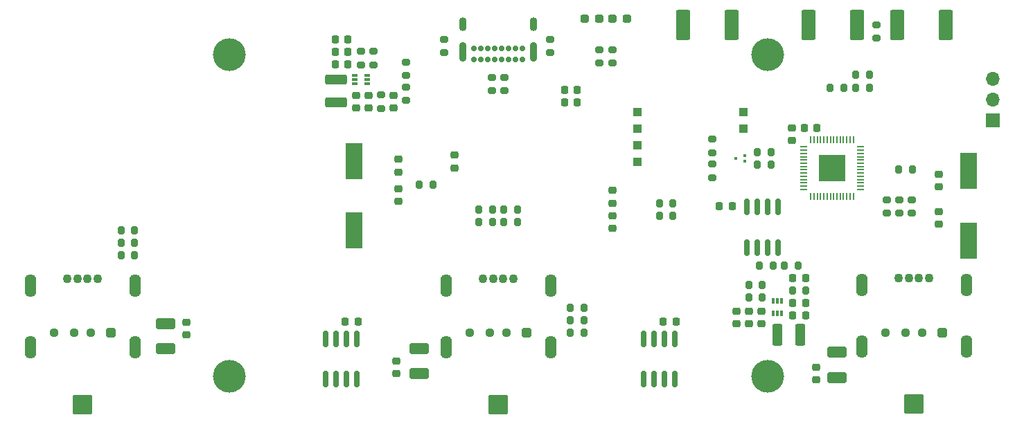
<source format=gbr>
%TF.GenerationSoftware,KiCad,Pcbnew,7.0.2-0*%
%TF.CreationDate,2024-03-07T21:22:06-08:00*%
%TF.ProjectId,led-usb-hub,6c65642d-7573-4622-9d68-75622e6b6963,rev?*%
%TF.SameCoordinates,Original*%
%TF.FileFunction,Soldermask,Top*%
%TF.FilePolarity,Negative*%
%FSLAX46Y46*%
G04 Gerber Fmt 4.6, Leading zero omitted, Abs format (unit mm)*
G04 Created by KiCad (PCBNEW 7.0.2-0) date 2024-03-07 21:22:06*
%MOMM*%
%LPD*%
G01*
G04 APERTURE LIST*
G04 Aperture macros list*
%AMRoundRect*
0 Rectangle with rounded corners*
0 $1 Rounding radius*
0 $2 $3 $4 $5 $6 $7 $8 $9 X,Y pos of 4 corners*
0 Add a 4 corners polygon primitive as box body*
4,1,4,$2,$3,$4,$5,$6,$7,$8,$9,$2,$3,0*
0 Add four circle primitives for the rounded corners*
1,1,$1+$1,$2,$3*
1,1,$1+$1,$4,$5*
1,1,$1+$1,$6,$7*
1,1,$1+$1,$8,$9*
0 Add four rect primitives between the rounded corners*
20,1,$1+$1,$2,$3,$4,$5,0*
20,1,$1+$1,$4,$5,$6,$7,0*
20,1,$1+$1,$6,$7,$8,$9,0*
20,1,$1+$1,$8,$9,$2,$3,0*%
G04 Aperture macros list end*
%ADD10R,0.449999X0.299999*%
%ADD11RoundRect,0.225000X0.250000X-0.225000X0.250000X0.225000X-0.250000X0.225000X-0.250000X-0.225000X0*%
%ADD12R,2.000000X4.500000*%
%ADD13RoundRect,0.237500X-0.287500X-0.237500X0.287500X-0.237500X0.287500X0.237500X-0.287500X0.237500X0*%
%ADD14RoundRect,0.200000X0.200000X0.275000X-0.200000X0.275000X-0.200000X-0.275000X0.200000X-0.275000X0*%
%ADD15RoundRect,0.225000X-0.250000X0.225000X-0.250000X-0.225000X0.250000X-0.225000X0.250000X0.225000X0*%
%ADD16R,1.000000X1.000000*%
%ADD17RoundRect,0.225000X0.225000X0.250000X-0.225000X0.250000X-0.225000X-0.250000X0.225000X-0.250000X0*%
%ADD18RoundRect,0.200000X-0.275000X0.200000X-0.275000X-0.200000X0.275000X-0.200000X0.275000X0.200000X0*%
%ADD19RoundRect,0.237500X0.287500X0.237500X-0.287500X0.237500X-0.287500X-0.237500X0.287500X-0.237500X0*%
%ADD20RoundRect,0.050000X0.050000X-0.387500X0.050000X0.387500X-0.050000X0.387500X-0.050000X-0.387500X0*%
%ADD21RoundRect,0.050000X0.387500X-0.050000X0.387500X0.050000X-0.387500X0.050000X-0.387500X-0.050000X0*%
%ADD22R,3.200000X3.200000*%
%ADD23C,4.000000*%
%ADD24RoundRect,0.212500X0.637500X1.637500X-0.637500X1.637500X-0.637500X-1.637500X0.637500X-1.637500X0*%
%ADD25RoundRect,0.225000X-0.225000X-0.250000X0.225000X-0.250000X0.225000X0.250000X-0.225000X0.250000X0*%
%ADD26RoundRect,0.200000X0.275000X-0.200000X0.275000X0.200000X-0.275000X0.200000X-0.275000X-0.200000X0*%
%ADD27R,0.700000X0.340000*%
%ADD28RoundRect,0.200000X-0.200000X-0.275000X0.200000X-0.275000X0.200000X0.275000X-0.200000X0.275000X0*%
%ADD29RoundRect,0.250000X0.925000X-0.412500X0.925000X0.412500X-0.925000X0.412500X-0.925000X-0.412500X0*%
%ADD30C,0.700000*%
%ADD31O,0.900000X2.400000*%
%ADD32O,0.900000X1.700000*%
%ADD33RoundRect,0.141000X-0.423000X-0.423000X0.423000X-0.423000X0.423000X0.423000X-0.423000X0.423000X0*%
%ADD34C,1.128000*%
%ADD35C,1.100000*%
%ADD36O,1.408000X2.816000*%
%ADD37RoundRect,0.102000X-1.050000X-1.050000X1.050000X-1.050000X1.050000X1.050000X-1.050000X1.050000X0*%
%ADD38RoundRect,0.150000X-0.150000X0.825000X-0.150000X-0.825000X0.150000X-0.825000X0.150000X0.825000X0*%
%ADD39RoundRect,0.250000X-0.925000X0.412500X-0.925000X-0.412500X0.925000X-0.412500X0.925000X0.412500X0*%
%ADD40RoundRect,0.150000X0.150000X-0.825000X0.150000X0.825000X-0.150000X0.825000X-0.150000X-0.825000X0*%
%ADD41R,1.700000X1.700000*%
%ADD42O,1.700000X1.700000*%
%ADD43RoundRect,0.250000X-0.375000X-1.075000X0.375000X-1.075000X0.375000X1.075000X-0.375000X1.075000X0*%
%ADD44RoundRect,0.250000X-1.075000X0.375000X-1.075000X-0.375000X1.075000X-0.375000X1.075000X0.375000X0*%
%ADD45R,0.340000X0.700000*%
G04 APERTURE END LIST*
D10*
%TO.C,U8*%
X127194000Y-100522999D03*
X127194000Y-99823001D03*
X126044000Y-100173000D03*
%TD*%
D11*
%TO.C,C23*%
X91694000Y-101346000D03*
X91694000Y-99796000D03*
%TD*%
D12*
%TO.C,Y1*%
X154527400Y-101736000D03*
X154527400Y-110236000D03*
%TD*%
D13*
%TO.C,D1*%
X107597000Y-83058000D03*
X109347000Y-83058000D03*
%TD*%
D14*
%TO.C,R17*%
X129286000Y-115697000D03*
X127636000Y-115697000D03*
%TD*%
D15*
%TO.C,C18*%
X127699000Y-118872000D03*
X127699000Y-120422000D03*
%TD*%
D14*
%TO.C,R20*%
X99377000Y-107950000D03*
X97727000Y-107950000D03*
%TD*%
D16*
%TO.C,TP6*%
X114046000Y-94488000D03*
%TD*%
D17*
%TO.C,C20*%
X134570000Y-114821000D03*
X133020000Y-114821000D03*
%TD*%
D18*
%TO.C,R5*%
X144526000Y-105220000D03*
X144526000Y-106870000D03*
%TD*%
D19*
%TO.C,D2*%
X112748000Y-83058000D03*
X110998000Y-83058000D03*
%TD*%
D20*
%TO.C,U1*%
X135220400Y-104808700D03*
X135620400Y-104808700D03*
X136020400Y-104808700D03*
X136420400Y-104808700D03*
X136820400Y-104808700D03*
X137220400Y-104808700D03*
X137620400Y-104808700D03*
X138020400Y-104808700D03*
X138420400Y-104808700D03*
X138820400Y-104808700D03*
X139220400Y-104808700D03*
X139620400Y-104808700D03*
X140020400Y-104808700D03*
X140420400Y-104808700D03*
D21*
X141257900Y-103971200D03*
X141257900Y-103571200D03*
X141257900Y-103171200D03*
X141257900Y-102771200D03*
X141257900Y-102371200D03*
X141257900Y-101971200D03*
X141257900Y-101571200D03*
X141257900Y-101171200D03*
X141257900Y-100771200D03*
X141257900Y-100371200D03*
X141257900Y-99971200D03*
X141257900Y-99571200D03*
X141257900Y-99171200D03*
X141257900Y-98771200D03*
D20*
X140420400Y-97933700D03*
X140020400Y-97933700D03*
X139620400Y-97933700D03*
X139220400Y-97933700D03*
X138820400Y-97933700D03*
X138420400Y-97933700D03*
X138020400Y-97933700D03*
X137620400Y-97933700D03*
X137220400Y-97933700D03*
X136820400Y-97933700D03*
X136420400Y-97933700D03*
X136020400Y-97933700D03*
X135620400Y-97933700D03*
X135220400Y-97933700D03*
D21*
X134382900Y-98771200D03*
X134382900Y-99171200D03*
X134382900Y-99571200D03*
X134382900Y-99971200D03*
X134382900Y-100371200D03*
X134382900Y-100771200D03*
X134382900Y-101171200D03*
X134382900Y-101571200D03*
X134382900Y-101971200D03*
X134382900Y-102371200D03*
X134382900Y-102771200D03*
X134382900Y-103171200D03*
X134382900Y-103571200D03*
X134382900Y-103971200D03*
D22*
X137820400Y-101371200D03*
%TD*%
D11*
%TO.C,C8*%
X84582000Y-126505000D03*
X84582000Y-124955000D03*
%TD*%
%TO.C,C47*%
X150876000Y-108217000D03*
X150876000Y-106667000D03*
%TD*%
D23*
%TO.C,H1*%
X64128000Y-126873000D03*
%TD*%
D24*
%TO.C,SW3*%
X125530400Y-83820000D03*
X119630400Y-83820000D03*
%TD*%
D16*
%TO.C,TP5*%
X114046000Y-100584000D03*
%TD*%
D25*
%TO.C,C1*%
X105130000Y-91821000D03*
X106680000Y-91821000D03*
%TD*%
D18*
%TO.C,R29*%
X123190000Y-100885000D03*
X123190000Y-102535000D03*
%TD*%
D17*
%TO.C,C4*%
X79896000Y-120142000D03*
X78346000Y-120142000D03*
%TD*%
D15*
%TO.C,C10*%
X58928000Y-120256000D03*
X58928000Y-121806000D03*
%TD*%
D26*
%TO.C,R13*%
X81788000Y-88709000D03*
X81788000Y-87059000D03*
%TD*%
D11*
%TO.C,C29*%
X110972600Y-105664000D03*
X110972600Y-104114000D03*
%TD*%
D27*
%TO.C,U4*%
X79514000Y-90051000D03*
X79514000Y-90551000D03*
X79514000Y-91051000D03*
X81014000Y-91051000D03*
X81014000Y-90551000D03*
X81014000Y-90051000D03*
%TD*%
D28*
%TO.C,R43*%
X128715000Y-100935000D03*
X130365000Y-100935000D03*
%TD*%
D25*
%TO.C,C46*%
X134403800Y-96469000D03*
X135953800Y-96469000D03*
%TD*%
D16*
%TO.C,TP3*%
X114046000Y-98552000D03*
%TD*%
D28*
%TO.C,R16*%
X127636000Y-117221000D03*
X129286000Y-117221000D03*
%TD*%
D26*
%TO.C,R54*%
X110998000Y-88518000D03*
X110998000Y-86868000D03*
%TD*%
D15*
%TO.C,C48*%
X150876000Y-102095000D03*
X150876000Y-103645000D03*
%TD*%
D26*
%TO.C,R50*%
X143256000Y-85470000D03*
X143256000Y-83820000D03*
%TD*%
D25*
%TO.C,C2*%
X105130000Y-93345000D03*
X106680000Y-93345000D03*
%TD*%
D14*
%TO.C,R46*%
X134620000Y-116345000D03*
X132970000Y-116345000D03*
%TD*%
D29*
%TO.C,C7*%
X87376000Y-126517500D03*
X87376000Y-123442500D03*
%TD*%
D14*
%TO.C,R6*%
X107505000Y-118491000D03*
X105855000Y-118491000D03*
%TD*%
D15*
%TO.C,C19*%
X126175000Y-118872000D03*
X126175000Y-120422000D03*
%TD*%
D14*
%TO.C,R9*%
X52578000Y-112014000D03*
X50928000Y-112014000D03*
%TD*%
D26*
%TO.C,R15*%
X85725000Y-90046607D03*
X85725000Y-88396607D03*
%TD*%
D30*
%TO.C,J1*%
X100003000Y-88088000D03*
X99153000Y-88088000D03*
X98303000Y-88088000D03*
X97453000Y-88088000D03*
X96603000Y-88088000D03*
X95753000Y-88088000D03*
X94903000Y-88088000D03*
X94053000Y-88088000D03*
X94053000Y-86738000D03*
X94903000Y-86738000D03*
X95753000Y-86738000D03*
X96603000Y-86738000D03*
X97453000Y-86738000D03*
X98303000Y-86738000D03*
X99153000Y-86738000D03*
X100003000Y-86738000D03*
D31*
X101353000Y-87108000D03*
D32*
X101353000Y-83728000D03*
X92703000Y-83728000D03*
D31*
X92703000Y-87108000D03*
%TD*%
D28*
%TO.C,R27*%
X116714000Y-107188000D03*
X118364000Y-107188000D03*
%TD*%
%TO.C,R22*%
X94679000Y-106426000D03*
X96329000Y-106426000D03*
%TD*%
D33*
%TO.C,J2*%
X151328000Y-121496000D03*
D34*
X148828000Y-121496000D03*
X146828000Y-121496000D03*
X144328000Y-121496000D03*
D35*
X145953000Y-114836000D03*
X147203000Y-114836000D03*
X149703000Y-114836000D03*
D36*
X141428000Y-123216000D03*
X154228000Y-123216000D03*
X141428000Y-115716000D03*
X154228000Y-115716000D03*
D37*
X147828000Y-130256000D03*
D35*
X148453000Y-114836000D03*
%TD*%
D14*
%TO.C,R8*%
X107505000Y-121539000D03*
X105855000Y-121539000D03*
%TD*%
D11*
%TO.C,C6*%
X135890000Y-127267000D03*
X135890000Y-125717000D03*
%TD*%
D18*
%TO.C,R12*%
X80264000Y-87059000D03*
X80264000Y-88709000D03*
%TD*%
D14*
%TO.C,R11*%
X52578000Y-108966000D03*
X50928000Y-108966000D03*
%TD*%
%TO.C,R47*%
X147637000Y-101549000D03*
X145987000Y-101549000D03*
%TD*%
D17*
%TO.C,C21*%
X134583000Y-119393000D03*
X133033000Y-119393000D03*
%TD*%
D14*
%TO.C,R19*%
X130619000Y-113297000D03*
X128969000Y-113297000D03*
%TD*%
D38*
%TO.C,U3*%
X79756000Y-122239000D03*
X78486000Y-122239000D03*
X77216000Y-122239000D03*
X75946000Y-122239000D03*
X75946000Y-127189000D03*
X77216000Y-127189000D03*
X78486000Y-127189000D03*
X79756000Y-127189000D03*
%TD*%
D24*
%TO.C,SW1*%
X151674200Y-83820000D03*
X145774200Y-83820000D03*
%TD*%
D39*
%TO.C,C9*%
X56388000Y-120382500D03*
X56388000Y-123457500D03*
%TD*%
D18*
%TO.C,R4*%
X146050000Y-105220000D03*
X146050000Y-106870000D03*
%TD*%
D28*
%TO.C,R23*%
X94679000Y-107950000D03*
X96329000Y-107950000D03*
%TD*%
D26*
%TO.C,R26*%
X96266000Y-91919000D03*
X96266000Y-90269000D03*
%TD*%
D24*
%TO.C,SW2*%
X140875600Y-83820000D03*
X134975600Y-83820000D03*
%TD*%
D23*
%TO.C,H4*%
X129928000Y-87503000D03*
%TD*%
D38*
%TO.C,U2*%
X118618000Y-122239000D03*
X117348000Y-122239000D03*
X116078000Y-122239000D03*
X114808000Y-122239000D03*
X114808000Y-127189000D03*
X116078000Y-127189000D03*
X117348000Y-127189000D03*
X118618000Y-127189000D03*
%TD*%
D15*
%TO.C,C49*%
X84836000Y-100304000D03*
X84836000Y-101854000D03*
%TD*%
D17*
%TO.C,C12*%
X78639000Y-87122000D03*
X77089000Y-87122000D03*
%TD*%
D16*
%TO.C,TP1*%
X114046000Y-96520000D03*
%TD*%
D14*
%TO.C,R7*%
X107505000Y-120015000D03*
X105855000Y-120015000D03*
%TD*%
D26*
%TO.C,R30*%
X123190000Y-99461000D03*
X123190000Y-97811000D03*
%TD*%
D28*
%TO.C,R28*%
X116714000Y-105664000D03*
X118364000Y-105664000D03*
%TD*%
D40*
%TO.C,U13*%
X127381000Y-111060000D03*
X128651000Y-111060000D03*
X129921000Y-111060000D03*
X131191000Y-111060000D03*
X131191000Y-106110000D03*
X129921000Y-106110000D03*
X128651000Y-106110000D03*
X127381000Y-106110000D03*
%TD*%
D23*
%TO.C,H2*%
X129928000Y-126873000D03*
%TD*%
D17*
%TO.C,C3*%
X118758000Y-120142000D03*
X117208000Y-120142000D03*
%TD*%
%TO.C,C51*%
X125616000Y-106045000D03*
X124066000Y-106045000D03*
%TD*%
%TO.C,C13*%
X78639000Y-85598000D03*
X77089000Y-85598000D03*
%TD*%
D11*
%TO.C,C50*%
X84836000Y-105436000D03*
X84836000Y-103886000D03*
%TD*%
D18*
%TO.C,R3*%
X147574000Y-105220000D03*
X147574000Y-106870000D03*
%TD*%
D14*
%TO.C,R18*%
X133667000Y-113297000D03*
X132017000Y-113297000D03*
%TD*%
D11*
%TO.C,C14*%
X84201000Y-93993000D03*
X84201000Y-92443000D03*
%TD*%
%TO.C,C16*%
X81153000Y-93993000D03*
X81153000Y-92443000D03*
%TD*%
D16*
%TO.C,TP2*%
X126999000Y-94488000D03*
%TD*%
D11*
%TO.C,C15*%
X79629000Y-93993000D03*
X79629000Y-92443000D03*
%TD*%
D33*
%TO.C,J3*%
X100528000Y-121542000D03*
D34*
X98028000Y-121542000D03*
X96028000Y-121542000D03*
X93528000Y-121542000D03*
D35*
X95153000Y-114882000D03*
X96403000Y-114882000D03*
X98903000Y-114882000D03*
D36*
X90628000Y-123262000D03*
X103428000Y-123262000D03*
X90628000Y-115762000D03*
X103428000Y-115762000D03*
D37*
X97028000Y-130302000D03*
D35*
X97653000Y-114882000D03*
%TD*%
D17*
%TO.C,C22*%
X134583000Y-117869000D03*
X133033000Y-117869000D03*
%TD*%
D14*
%TO.C,R10*%
X52578000Y-110490000D03*
X50928000Y-110490000D03*
%TD*%
D26*
%TO.C,R45*%
X82677000Y-94043000D03*
X82677000Y-92393000D03*
%TD*%
%TO.C,R14*%
X85725000Y-93094607D03*
X85725000Y-91444607D03*
%TD*%
D29*
%TO.C,C5*%
X138430000Y-126987000D03*
X138430000Y-123912000D03*
%TD*%
D28*
%TO.C,R44*%
X128715000Y-99411000D03*
X130365000Y-99411000D03*
%TD*%
D41*
%TO.C,J5*%
X157480000Y-95504000D03*
D42*
X157480000Y-92964000D03*
X157480000Y-90424000D03*
%TD*%
D14*
%TO.C,R21*%
X99377000Y-106426000D03*
X97727000Y-106426000D03*
%TD*%
D43*
%TO.C,L2*%
X131137200Y-121793000D03*
X133937200Y-121793000D03*
%TD*%
D26*
%TO.C,R25*%
X97790000Y-91919000D03*
X97790000Y-90269000D03*
%TD*%
D17*
%TO.C,C11*%
X78639000Y-88646000D03*
X77089000Y-88646000D03*
%TD*%
D12*
%TO.C,Y2*%
X79375000Y-109012000D03*
X79375000Y-100512000D03*
%TD*%
D33*
%TO.C,J4*%
X49728000Y-121542000D03*
D34*
X47228000Y-121542000D03*
X45228000Y-121542000D03*
X42728000Y-121542000D03*
D35*
X44353000Y-114882000D03*
X45603000Y-114882000D03*
X48103000Y-114882000D03*
D36*
X39828000Y-123262000D03*
X52628000Y-123262000D03*
X39828000Y-115762000D03*
X52628000Y-115762000D03*
D37*
X46228000Y-130302000D03*
D35*
X46853000Y-114882000D03*
%TD*%
D26*
%TO.C,R1*%
X90424000Y-87248000D03*
X90424000Y-85598000D03*
%TD*%
D11*
%TO.C,C42*%
X132918200Y-97993800D03*
X132918200Y-96443800D03*
%TD*%
D15*
%TO.C,C17*%
X129223000Y-118872000D03*
X129223000Y-120422000D03*
%TD*%
%TO.C,C28*%
X110972600Y-107188000D03*
X110972600Y-108738000D03*
%TD*%
D44*
%TO.C,L1*%
X77216000Y-90548000D03*
X77216000Y-93348000D03*
%TD*%
D16*
%TO.C,TP4*%
X126999000Y-96520000D03*
%TD*%
D14*
%TO.C,R49*%
X142367000Y-91567000D03*
X140717000Y-91567000D03*
%TD*%
D26*
%TO.C,R53*%
X109347000Y-88518000D03*
X109347000Y-86868000D03*
%TD*%
D23*
%TO.C,H3*%
X64128000Y-87503000D03*
%TD*%
D18*
%TO.C,R2*%
X103378000Y-85598000D03*
X103378000Y-87248000D03*
%TD*%
D14*
%TO.C,R52*%
X139255000Y-91567000D03*
X137605000Y-91567000D03*
%TD*%
%TO.C,R51*%
X142367000Y-89916000D03*
X140717000Y-89916000D03*
%TD*%
D45*
%TO.C,U5*%
X130628000Y-119127000D03*
X131128000Y-119127000D03*
X131628000Y-119127000D03*
X131628000Y-117627000D03*
X131128000Y-117627000D03*
X130628000Y-117627000D03*
%TD*%
D28*
%TO.C,R48*%
X87376000Y-103378000D03*
X89026000Y-103378000D03*
%TD*%
M02*

</source>
